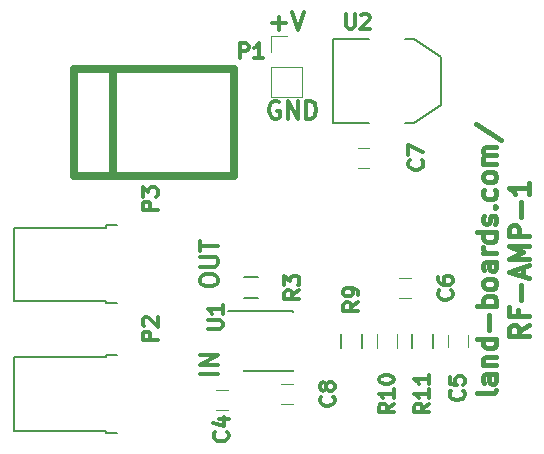
<source format=gto>
G04 #@! TF.FileFunction,Legend,Top*
%FSLAX46Y46*%
G04 Gerber Fmt 4.6, Leading zero omitted, Abs format (unit mm)*
G04 Created by KiCad (PCBNEW (after 2015-mar-04 BZR unknown)-product) date 1/14/2019 11:59:40 AM*
%MOMM*%
G01*
G04 APERTURE LIST*
%ADD10C,0.150000*%
%ADD11C,0.300000*%
%ADD12C,0.412750*%
%ADD13C,0.120000*%
%ADD14C,0.650000*%
%ADD15C,0.203200*%
%ADD16C,0.317500*%
G04 APERTURE END LIST*
D10*
D11*
X7178571Y-25500000D02*
X7178571Y-25214286D01*
X7250000Y-25071428D01*
X7392857Y-24928571D01*
X7678571Y-24857143D01*
X8178571Y-24857143D01*
X8464286Y-24928571D01*
X8607143Y-25071428D01*
X8678571Y-25214286D01*
X8678571Y-25500000D01*
X8607143Y-25642857D01*
X8464286Y-25785714D01*
X8178571Y-25857143D01*
X7678571Y-25857143D01*
X7392857Y-25785714D01*
X7250000Y-25642857D01*
X7178571Y-25500000D01*
X7178571Y-24214285D02*
X8392857Y-24214285D01*
X8535714Y-24142857D01*
X8607143Y-24071428D01*
X8678571Y-23928571D01*
X8678571Y-23642857D01*
X8607143Y-23499999D01*
X8535714Y-23428571D01*
X8392857Y-23357142D01*
X7178571Y-23357142D01*
X7178571Y-22857142D02*
X7178571Y-21999999D01*
X8678571Y-22428570D02*
X7178571Y-22428570D01*
X8678571Y-33285714D02*
X7178571Y-33285714D01*
X8678571Y-32571428D02*
X7178571Y-32571428D01*
X8678571Y-31714285D01*
X7178571Y-31714285D01*
X13857143Y-10250000D02*
X13714286Y-10178571D01*
X13500000Y-10178571D01*
X13285715Y-10250000D01*
X13142857Y-10392857D01*
X13071429Y-10535714D01*
X13000000Y-10821429D01*
X13000000Y-11035714D01*
X13071429Y-11321429D01*
X13142857Y-11464286D01*
X13285715Y-11607143D01*
X13500000Y-11678571D01*
X13642857Y-11678571D01*
X13857143Y-11607143D01*
X13928572Y-11535714D01*
X13928572Y-11035714D01*
X13642857Y-11035714D01*
X14571429Y-11678571D02*
X14571429Y-10178571D01*
X15428572Y-11678571D01*
X15428572Y-10178571D01*
X16142858Y-11678571D02*
X16142858Y-10178571D01*
X16500001Y-10178571D01*
X16714286Y-10250000D01*
X16857144Y-10392857D01*
X16928572Y-10535714D01*
X17000001Y-10821429D01*
X17000001Y-11035714D01*
X16928572Y-11321429D01*
X16857144Y-11464286D01*
X16714286Y-11607143D01*
X16500001Y-11678571D01*
X16142858Y-11678571D01*
X13285715Y-3607143D02*
X14428572Y-3607143D01*
X13857143Y-4178571D02*
X13857143Y-3035714D01*
X14928572Y-2678571D02*
X15428572Y-4178571D01*
X15928572Y-2678571D01*
D12*
X32254806Y-34665977D02*
X32176187Y-34823215D01*
X32018949Y-34901834D01*
X30603806Y-34901834D01*
X32254806Y-33329452D02*
X31389996Y-33329452D01*
X31232758Y-33408071D01*
X31154139Y-33565309D01*
X31154139Y-33879786D01*
X31232758Y-34037024D01*
X32176187Y-33329452D02*
X32254806Y-33486690D01*
X32254806Y-33879786D01*
X32176187Y-34037024D01*
X32018949Y-34115643D01*
X31861711Y-34115643D01*
X31704473Y-34037024D01*
X31625854Y-33879786D01*
X31625854Y-33486690D01*
X31547235Y-33329452D01*
X31154139Y-32543262D02*
X32254806Y-32543262D01*
X31311377Y-32543262D02*
X31232758Y-32464643D01*
X31154139Y-32307405D01*
X31154139Y-32071547D01*
X31232758Y-31914309D01*
X31389996Y-31835690D01*
X32254806Y-31835690D01*
X32254806Y-30341928D02*
X30603806Y-30341928D01*
X32176187Y-30341928D02*
X32254806Y-30499166D01*
X32254806Y-30813643D01*
X32176187Y-30970881D01*
X32097568Y-31049500D01*
X31940330Y-31128119D01*
X31468615Y-31128119D01*
X31311377Y-31049500D01*
X31232758Y-30970881D01*
X31154139Y-30813643D01*
X31154139Y-30499166D01*
X31232758Y-30341928D01*
X31625854Y-29555738D02*
X31625854Y-28297833D01*
X32254806Y-27511643D02*
X30603806Y-27511643D01*
X31232758Y-27511643D02*
X31154139Y-27354405D01*
X31154139Y-27039928D01*
X31232758Y-26882690D01*
X31311377Y-26804071D01*
X31468615Y-26725452D01*
X31940330Y-26725452D01*
X32097568Y-26804071D01*
X32176187Y-26882690D01*
X32254806Y-27039928D01*
X32254806Y-27354405D01*
X32176187Y-27511643D01*
X32254806Y-25782024D02*
X32176187Y-25939262D01*
X32097568Y-26017881D01*
X31940330Y-26096500D01*
X31468615Y-26096500D01*
X31311377Y-26017881D01*
X31232758Y-25939262D01*
X31154139Y-25782024D01*
X31154139Y-25546166D01*
X31232758Y-25388928D01*
X31311377Y-25310309D01*
X31468615Y-25231690D01*
X31940330Y-25231690D01*
X32097568Y-25310309D01*
X32176187Y-25388928D01*
X32254806Y-25546166D01*
X32254806Y-25782024D01*
X32254806Y-23816547D02*
X31389996Y-23816547D01*
X31232758Y-23895166D01*
X31154139Y-24052404D01*
X31154139Y-24366881D01*
X31232758Y-24524119D01*
X32176187Y-23816547D02*
X32254806Y-23973785D01*
X32254806Y-24366881D01*
X32176187Y-24524119D01*
X32018949Y-24602738D01*
X31861711Y-24602738D01*
X31704473Y-24524119D01*
X31625854Y-24366881D01*
X31625854Y-23973785D01*
X31547235Y-23816547D01*
X32254806Y-23030357D02*
X31154139Y-23030357D01*
X31468615Y-23030357D02*
X31311377Y-22951738D01*
X31232758Y-22873119D01*
X31154139Y-22715881D01*
X31154139Y-22558642D01*
X32254806Y-21300737D02*
X30603806Y-21300737D01*
X32176187Y-21300737D02*
X32254806Y-21457975D01*
X32254806Y-21772452D01*
X32176187Y-21929690D01*
X32097568Y-22008309D01*
X31940330Y-22086928D01*
X31468615Y-22086928D01*
X31311377Y-22008309D01*
X31232758Y-21929690D01*
X31154139Y-21772452D01*
X31154139Y-21457975D01*
X31232758Y-21300737D01*
X32176187Y-20593166D02*
X32254806Y-20435928D01*
X32254806Y-20121452D01*
X32176187Y-19964213D01*
X32018949Y-19885594D01*
X31940330Y-19885594D01*
X31783092Y-19964213D01*
X31704473Y-20121452D01*
X31704473Y-20357309D01*
X31625854Y-20514547D01*
X31468615Y-20593166D01*
X31389996Y-20593166D01*
X31232758Y-20514547D01*
X31154139Y-20357309D01*
X31154139Y-20121452D01*
X31232758Y-19964213D01*
X32097568Y-19178023D02*
X32176187Y-19099404D01*
X32254806Y-19178023D01*
X32176187Y-19256642D01*
X32097568Y-19178023D01*
X32254806Y-19178023D01*
X32176187Y-17684261D02*
X32254806Y-17841499D01*
X32254806Y-18155976D01*
X32176187Y-18313214D01*
X32097568Y-18391833D01*
X31940330Y-18470452D01*
X31468615Y-18470452D01*
X31311377Y-18391833D01*
X31232758Y-18313214D01*
X31154139Y-18155976D01*
X31154139Y-17841499D01*
X31232758Y-17684261D01*
X32254806Y-16740833D02*
X32176187Y-16898071D01*
X32097568Y-16976690D01*
X31940330Y-17055309D01*
X31468615Y-17055309D01*
X31311377Y-16976690D01*
X31232758Y-16898071D01*
X31154139Y-16740833D01*
X31154139Y-16504975D01*
X31232758Y-16347737D01*
X31311377Y-16269118D01*
X31468615Y-16190499D01*
X31940330Y-16190499D01*
X32097568Y-16269118D01*
X32176187Y-16347737D01*
X32254806Y-16504975D01*
X32254806Y-16740833D01*
X32254806Y-15482928D02*
X31154139Y-15482928D01*
X31311377Y-15482928D02*
X31232758Y-15404309D01*
X31154139Y-15247071D01*
X31154139Y-15011213D01*
X31232758Y-14853975D01*
X31389996Y-14775356D01*
X32254806Y-14775356D01*
X31389996Y-14775356D02*
X31232758Y-14696737D01*
X31154139Y-14539499D01*
X31154139Y-14303642D01*
X31232758Y-14146404D01*
X31389996Y-14067785D01*
X32254806Y-14067785D01*
X30525187Y-12102309D02*
X32647901Y-13517452D01*
X34978956Y-29123333D02*
X34192765Y-29673667D01*
X34978956Y-30066762D02*
X33327956Y-30066762D01*
X33327956Y-29437809D01*
X33406575Y-29280571D01*
X33485194Y-29201952D01*
X33642432Y-29123333D01*
X33878289Y-29123333D01*
X34035527Y-29201952D01*
X34114146Y-29280571D01*
X34192765Y-29437809D01*
X34192765Y-30066762D01*
X34114146Y-27865428D02*
X34114146Y-28415762D01*
X34978956Y-28415762D02*
X33327956Y-28415762D01*
X33327956Y-27629571D01*
X34350004Y-27000619D02*
X34350004Y-25742714D01*
X34507242Y-25035143D02*
X34507242Y-24248952D01*
X34978956Y-25192381D02*
X33327956Y-24642048D01*
X34978956Y-24091714D01*
X34978956Y-23541381D02*
X33327956Y-23541381D01*
X34507242Y-22991047D01*
X33327956Y-22440714D01*
X34978956Y-22440714D01*
X34978956Y-21654524D02*
X33327956Y-21654524D01*
X33327956Y-21025571D01*
X33406575Y-20868333D01*
X33485194Y-20789714D01*
X33642432Y-20711095D01*
X33878289Y-20711095D01*
X34035527Y-20789714D01*
X34114146Y-20868333D01*
X34192765Y-21025571D01*
X34192765Y-21654524D01*
X34350004Y-20003524D02*
X34350004Y-18745619D01*
X34978956Y-17094619D02*
X34978956Y-18038048D01*
X34978956Y-17566334D02*
X33327956Y-17566334D01*
X33563813Y-17723572D01*
X33721051Y-17880810D01*
X33799670Y-18038048D01*
D10*
X25125000Y-31100000D02*
X25125000Y-29900000D01*
X26875000Y-29900000D02*
X26875000Y-31100000D01*
X20875000Y-29900000D02*
X20875000Y-31100000D01*
X19125000Y-31100000D02*
X19125000Y-29900000D01*
X10900000Y-25125000D02*
X12100000Y-25125000D01*
X12100000Y-26875000D02*
X10900000Y-26875000D01*
D13*
X23880000Y-29900000D02*
X23880000Y-31100000D01*
X22120000Y-31100000D02*
X22120000Y-29900000D01*
X13170000Y-9870000D02*
X15830000Y-9870000D01*
X13170000Y-7270000D02*
X13170000Y-9870000D01*
X15830000Y-7270000D02*
X15830000Y-9870000D01*
X13170000Y-7270000D02*
X15830000Y-7270000D01*
X13170000Y-6000000D02*
X13170000Y-4670000D01*
X13170000Y-4670000D02*
X14500000Y-4670000D01*
X8500000Y-36350000D02*
X9500000Y-36350000D01*
X9500000Y-34650000D02*
X8500000Y-34650000D01*
X28150000Y-30000000D02*
X28150000Y-31000000D01*
X29850000Y-31000000D02*
X29850000Y-30000000D01*
X24000000Y-26850000D02*
X25000000Y-26850000D01*
X25000000Y-25150000D02*
X24000000Y-25150000D01*
X20500000Y-15850000D02*
X21500000Y-15850000D01*
X21500000Y-14150000D02*
X20500000Y-14150000D01*
X15000000Y-34150000D02*
X14000000Y-34150000D01*
X14000000Y-35850000D02*
X15000000Y-35850000D01*
D14*
X-200000Y-16500000D02*
X-200000Y-7500000D01*
X-3500000Y-7500000D02*
X-3500000Y-16500000D01*
X-3500000Y-7500000D02*
X10000000Y-7500000D01*
X10000000Y-7500000D02*
X10000000Y-16500000D01*
X-3500000Y-16500000D02*
X10000000Y-16500000D01*
D10*
X-8600000Y-31900000D02*
X-8600000Y-38100000D01*
X-800000Y-31900000D02*
X-8600000Y-31900000D01*
X-800000Y-38100000D02*
X-8600000Y-38100000D01*
X100000Y-31700000D02*
X-800000Y-31700000D01*
X-800000Y-31700000D02*
X-800000Y-31900000D01*
X100000Y-38300000D02*
X-800000Y-38300000D01*
X-800000Y-38300000D02*
X-800000Y-38100000D01*
X-800000Y-38100000D02*
X-4000000Y-38100000D01*
X-800000Y-31900000D02*
X-4000000Y-31900000D01*
X-8600000Y-20900000D02*
X-8600000Y-27100000D01*
X-800000Y-20900000D02*
X-8600000Y-20900000D01*
X-800000Y-27100000D02*
X-8600000Y-27100000D01*
X100000Y-20700000D02*
X-800000Y-20700000D01*
X-800000Y-20700000D02*
X-800000Y-20900000D01*
X100000Y-27300000D02*
X-800000Y-27300000D01*
X-800000Y-27300000D02*
X-800000Y-27100000D01*
X-800000Y-27100000D02*
X-4000000Y-27100000D01*
X-800000Y-20900000D02*
X-4000000Y-20900000D01*
X10925000Y-27925000D02*
X10925000Y-27975000D01*
X15075000Y-27925000D02*
X15075000Y-28070000D01*
X15075000Y-33075000D02*
X15075000Y-32930000D01*
X10925000Y-33075000D02*
X10925000Y-32930000D01*
X10925000Y-27925000D02*
X15075000Y-27925000D01*
X10925000Y-33075000D02*
X15075000Y-33075000D01*
X10925000Y-27975000D02*
X9525000Y-27975000D01*
D15*
X21476000Y-4944000D02*
X18428000Y-4944000D01*
X18428000Y-4944000D02*
X18428000Y-12056000D01*
X18428000Y-12056000D02*
X21476000Y-12056000D01*
X24524000Y-4944000D02*
X25286000Y-4944000D01*
X25286000Y-4944000D02*
X27572000Y-6468000D01*
X27572000Y-6468000D02*
X27572000Y-10532000D01*
X27572000Y-10532000D02*
X25286000Y-12056000D01*
X25286000Y-12056000D02*
X24524000Y-12056000D01*
D16*
X26574524Y-35816429D02*
X25969762Y-36239762D01*
X26574524Y-36542143D02*
X25304524Y-36542143D01*
X25304524Y-36058334D01*
X25365000Y-35937381D01*
X25425476Y-35876905D01*
X25546429Y-35816429D01*
X25727857Y-35816429D01*
X25848810Y-35876905D01*
X25909286Y-35937381D01*
X25969762Y-36058334D01*
X25969762Y-36542143D01*
X26574524Y-34606905D02*
X26574524Y-35332619D01*
X26574524Y-34969762D02*
X25304524Y-34969762D01*
X25485952Y-35090714D01*
X25606905Y-35211667D01*
X25667381Y-35332619D01*
X26574524Y-33397381D02*
X26574524Y-34123095D01*
X26574524Y-33760238D02*
X25304524Y-33760238D01*
X25485952Y-33881190D01*
X25606905Y-34002143D01*
X25667381Y-34123095D01*
X20574524Y-27211667D02*
X19969762Y-27635000D01*
X20574524Y-27937381D02*
X19304524Y-27937381D01*
X19304524Y-27453572D01*
X19365000Y-27332619D01*
X19425476Y-27272143D01*
X19546429Y-27211667D01*
X19727857Y-27211667D01*
X19848810Y-27272143D01*
X19909286Y-27332619D01*
X19969762Y-27453572D01*
X19969762Y-27937381D01*
X20574524Y-26606905D02*
X20574524Y-26365000D01*
X20514048Y-26244048D01*
X20453571Y-26183572D01*
X20272143Y-26062619D01*
X20030238Y-26002143D01*
X19546429Y-26002143D01*
X19425476Y-26062619D01*
X19365000Y-26123095D01*
X19304524Y-26244048D01*
X19304524Y-26485952D01*
X19365000Y-26606905D01*
X19425476Y-26667381D01*
X19546429Y-26727857D01*
X19848810Y-26727857D01*
X19969762Y-26667381D01*
X20030238Y-26606905D01*
X20090714Y-26485952D01*
X20090714Y-26244048D01*
X20030238Y-26123095D01*
X19969762Y-26062619D01*
X19848810Y-26002143D01*
X15574524Y-26211667D02*
X14969762Y-26635000D01*
X15574524Y-26937381D02*
X14304524Y-26937381D01*
X14304524Y-26453572D01*
X14365000Y-26332619D01*
X14425476Y-26272143D01*
X14546429Y-26211667D01*
X14727857Y-26211667D01*
X14848810Y-26272143D01*
X14909286Y-26332619D01*
X14969762Y-26453572D01*
X14969762Y-26937381D01*
X14304524Y-25788333D02*
X14304524Y-25002143D01*
X14788333Y-25425476D01*
X14788333Y-25244048D01*
X14848810Y-25123095D01*
X14909286Y-25062619D01*
X15030238Y-25002143D01*
X15332619Y-25002143D01*
X15453571Y-25062619D01*
X15514048Y-25123095D01*
X15574524Y-25244048D01*
X15574524Y-25606905D01*
X15514048Y-25727857D01*
X15453571Y-25788333D01*
X23574524Y-35816429D02*
X22969762Y-36239762D01*
X23574524Y-36542143D02*
X22304524Y-36542143D01*
X22304524Y-36058334D01*
X22365000Y-35937381D01*
X22425476Y-35876905D01*
X22546429Y-35816429D01*
X22727857Y-35816429D01*
X22848810Y-35876905D01*
X22909286Y-35937381D01*
X22969762Y-36058334D01*
X22969762Y-36542143D01*
X23574524Y-34606905D02*
X23574524Y-35332619D01*
X23574524Y-34969762D02*
X22304524Y-34969762D01*
X22485952Y-35090714D01*
X22606905Y-35211667D01*
X22667381Y-35332619D01*
X22304524Y-33820714D02*
X22304524Y-33699762D01*
X22365000Y-33578810D01*
X22425476Y-33518333D01*
X22546429Y-33457857D01*
X22788333Y-33397381D01*
X23090714Y-33397381D01*
X23332619Y-33457857D01*
X23453571Y-33518333D01*
X23514048Y-33578810D01*
X23574524Y-33699762D01*
X23574524Y-33820714D01*
X23514048Y-33941667D01*
X23453571Y-34002143D01*
X23332619Y-34062619D01*
X23090714Y-34123095D01*
X22788333Y-34123095D01*
X22546429Y-34062619D01*
X22425476Y-34002143D01*
X22365000Y-33941667D01*
X22304524Y-33820714D01*
X10562619Y-6574524D02*
X10562619Y-5304524D01*
X11046428Y-5304524D01*
X11167381Y-5365000D01*
X11227857Y-5425476D01*
X11288333Y-5546429D01*
X11288333Y-5727857D01*
X11227857Y-5848810D01*
X11167381Y-5909286D01*
X11046428Y-5969762D01*
X10562619Y-5969762D01*
X12497857Y-6574524D02*
X11772143Y-6574524D01*
X12135000Y-6574524D02*
X12135000Y-5304524D01*
X12014048Y-5485952D01*
X11893095Y-5606905D01*
X11772143Y-5667381D01*
X9453571Y-38211667D02*
X9514048Y-38272143D01*
X9574524Y-38453572D01*
X9574524Y-38574524D01*
X9514048Y-38755952D01*
X9393095Y-38876905D01*
X9272143Y-38937381D01*
X9030238Y-38997857D01*
X8848810Y-38997857D01*
X8606905Y-38937381D01*
X8485952Y-38876905D01*
X8365000Y-38755952D01*
X8304524Y-38574524D01*
X8304524Y-38453572D01*
X8365000Y-38272143D01*
X8425476Y-38211667D01*
X8727857Y-37123095D02*
X9574524Y-37123095D01*
X8244048Y-37425476D02*
X9151190Y-37727857D01*
X9151190Y-36941667D01*
X29453571Y-34711667D02*
X29514048Y-34772143D01*
X29574524Y-34953572D01*
X29574524Y-35074524D01*
X29514048Y-35255952D01*
X29393095Y-35376905D01*
X29272143Y-35437381D01*
X29030238Y-35497857D01*
X28848810Y-35497857D01*
X28606905Y-35437381D01*
X28485952Y-35376905D01*
X28365000Y-35255952D01*
X28304524Y-35074524D01*
X28304524Y-34953572D01*
X28365000Y-34772143D01*
X28425476Y-34711667D01*
X28304524Y-33562619D02*
X28304524Y-34167381D01*
X28909286Y-34227857D01*
X28848810Y-34167381D01*
X28788333Y-34046429D01*
X28788333Y-33744048D01*
X28848810Y-33623095D01*
X28909286Y-33562619D01*
X29030238Y-33502143D01*
X29332619Y-33502143D01*
X29453571Y-33562619D01*
X29514048Y-33623095D01*
X29574524Y-33744048D01*
X29574524Y-34046429D01*
X29514048Y-34167381D01*
X29453571Y-34227857D01*
X28453571Y-26211667D02*
X28514048Y-26272143D01*
X28574524Y-26453572D01*
X28574524Y-26574524D01*
X28514048Y-26755952D01*
X28393095Y-26876905D01*
X28272143Y-26937381D01*
X28030238Y-26997857D01*
X27848810Y-26997857D01*
X27606905Y-26937381D01*
X27485952Y-26876905D01*
X27365000Y-26755952D01*
X27304524Y-26574524D01*
X27304524Y-26453572D01*
X27365000Y-26272143D01*
X27425476Y-26211667D01*
X27304524Y-25123095D02*
X27304524Y-25365000D01*
X27365000Y-25485952D01*
X27425476Y-25546429D01*
X27606905Y-25667381D01*
X27848810Y-25727857D01*
X28332619Y-25727857D01*
X28453571Y-25667381D01*
X28514048Y-25606905D01*
X28574524Y-25485952D01*
X28574524Y-25244048D01*
X28514048Y-25123095D01*
X28453571Y-25062619D01*
X28332619Y-25002143D01*
X28030238Y-25002143D01*
X27909286Y-25062619D01*
X27848810Y-25123095D01*
X27788333Y-25244048D01*
X27788333Y-25485952D01*
X27848810Y-25606905D01*
X27909286Y-25667381D01*
X28030238Y-25727857D01*
X25953571Y-15211667D02*
X26014048Y-15272143D01*
X26074524Y-15453572D01*
X26074524Y-15574524D01*
X26014048Y-15755952D01*
X25893095Y-15876905D01*
X25772143Y-15937381D01*
X25530238Y-15997857D01*
X25348810Y-15997857D01*
X25106905Y-15937381D01*
X24985952Y-15876905D01*
X24865000Y-15755952D01*
X24804524Y-15574524D01*
X24804524Y-15453572D01*
X24865000Y-15272143D01*
X24925476Y-15211667D01*
X24804524Y-14788333D02*
X24804524Y-13941667D01*
X26074524Y-14485952D01*
X18453571Y-35211667D02*
X18514048Y-35272143D01*
X18574524Y-35453572D01*
X18574524Y-35574524D01*
X18514048Y-35755952D01*
X18393095Y-35876905D01*
X18272143Y-35937381D01*
X18030238Y-35997857D01*
X17848810Y-35997857D01*
X17606905Y-35937381D01*
X17485952Y-35876905D01*
X17365000Y-35755952D01*
X17304524Y-35574524D01*
X17304524Y-35453572D01*
X17365000Y-35272143D01*
X17425476Y-35211667D01*
X17848810Y-34485952D02*
X17788333Y-34606905D01*
X17727857Y-34667381D01*
X17606905Y-34727857D01*
X17546429Y-34727857D01*
X17425476Y-34667381D01*
X17365000Y-34606905D01*
X17304524Y-34485952D01*
X17304524Y-34244048D01*
X17365000Y-34123095D01*
X17425476Y-34062619D01*
X17546429Y-34002143D01*
X17606905Y-34002143D01*
X17727857Y-34062619D01*
X17788333Y-34123095D01*
X17848810Y-34244048D01*
X17848810Y-34485952D01*
X17909286Y-34606905D01*
X17969762Y-34667381D01*
X18090714Y-34727857D01*
X18332619Y-34727857D01*
X18453571Y-34667381D01*
X18514048Y-34606905D01*
X18574524Y-34485952D01*
X18574524Y-34244048D01*
X18514048Y-34123095D01*
X18453571Y-34062619D01*
X18332619Y-34002143D01*
X18090714Y-34002143D01*
X17969762Y-34062619D01*
X17909286Y-34123095D01*
X17848810Y-34244048D01*
X3574524Y-30437381D02*
X2304524Y-30437381D01*
X2304524Y-29953572D01*
X2365000Y-29832619D01*
X2425476Y-29772143D01*
X2546429Y-29711667D01*
X2727857Y-29711667D01*
X2848810Y-29772143D01*
X2909286Y-29832619D01*
X2969762Y-29953572D01*
X2969762Y-30437381D01*
X2425476Y-29227857D02*
X2365000Y-29167381D01*
X2304524Y-29046429D01*
X2304524Y-28744048D01*
X2365000Y-28623095D01*
X2425476Y-28562619D01*
X2546429Y-28502143D01*
X2667381Y-28502143D01*
X2848810Y-28562619D01*
X3574524Y-29288333D01*
X3574524Y-28502143D01*
X3574524Y-19437381D02*
X2304524Y-19437381D01*
X2304524Y-18953572D01*
X2365000Y-18832619D01*
X2425476Y-18772143D01*
X2546429Y-18711667D01*
X2727857Y-18711667D01*
X2848810Y-18772143D01*
X2909286Y-18832619D01*
X2969762Y-18953572D01*
X2969762Y-19437381D01*
X2304524Y-18288333D02*
X2304524Y-17502143D01*
X2788333Y-17925476D01*
X2788333Y-17744048D01*
X2848810Y-17623095D01*
X2909286Y-17562619D01*
X3030238Y-17502143D01*
X3332619Y-17502143D01*
X3453571Y-17562619D01*
X3514048Y-17623095D01*
X3574524Y-17744048D01*
X3574524Y-18106905D01*
X3514048Y-18227857D01*
X3453571Y-18288333D01*
X7804524Y-29467619D02*
X8832619Y-29467619D01*
X8953571Y-29407143D01*
X9014048Y-29346667D01*
X9074524Y-29225714D01*
X9074524Y-28983810D01*
X9014048Y-28862857D01*
X8953571Y-28802381D01*
X8832619Y-28741905D01*
X7804524Y-28741905D01*
X9074524Y-27471905D02*
X9074524Y-28197619D01*
X9074524Y-27834762D02*
X7804524Y-27834762D01*
X7985952Y-27955714D01*
X8106905Y-28076667D01*
X8167381Y-28197619D01*
X19532381Y-2804524D02*
X19532381Y-3832619D01*
X19592857Y-3953571D01*
X19653333Y-4014048D01*
X19774286Y-4074524D01*
X20016190Y-4074524D01*
X20137143Y-4014048D01*
X20197619Y-3953571D01*
X20258095Y-3832619D01*
X20258095Y-2804524D01*
X20802381Y-2925476D02*
X20862857Y-2865000D01*
X20983809Y-2804524D01*
X21286190Y-2804524D01*
X21407143Y-2865000D01*
X21467619Y-2925476D01*
X21528095Y-3046429D01*
X21528095Y-3167381D01*
X21467619Y-3348810D01*
X20741905Y-4074524D01*
X21528095Y-4074524D01*
M02*

</source>
